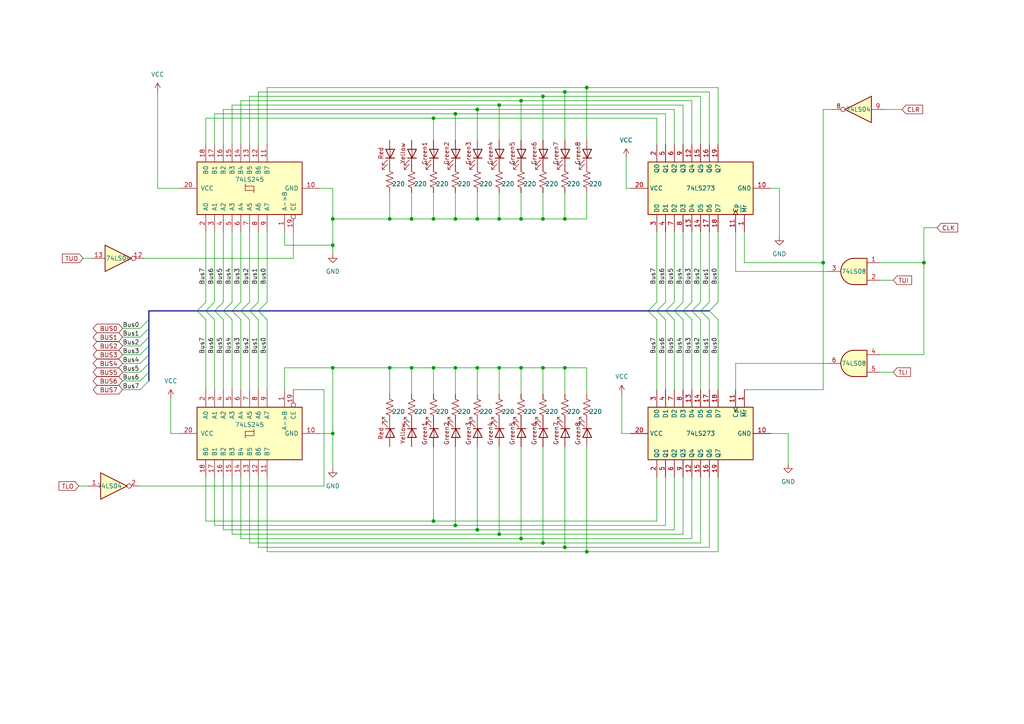
<source format=kicad_sch>
(kicad_sch (version 20211123) (generator eeschema)
  (paper "A4")
  (lib_symbols
    (symbol "74xx:74LS04"
      (property "Reference" "U" (at 0 1.27 0))
      (property "Value" "74LS04" (at 0 -1.27 0))
      (symbol "74LS04_1_0"
        (polyline (pts (xy -3.81 3.81) (xy -3.81 -3.81) (xy 3.81 0) (xy -3.81 3.81)) (stroke (width 0.254)) (fill (type background)))
        (pin input line (at -7.62 0 0) (length 3.81) (name "~") (number "1"))
        (pin output inverted (at 7.62 0 180) (length 3.81) (name "~") (number "2"))
      )
      (symbol "74LS04_2_0"
        (polyline (pts (xy -3.81 3.81) (xy -3.81 -3.81) (xy 3.81 0) (xy -3.81 3.81)) (stroke (width 0.254)) (fill (type background)))
        (pin input line (at -7.62 0 0) (length 3.81) (name "~") (number "3"))
        (pin output inverted (at 7.62 0 180) (length 3.81) (name "~") (number "4"))
      )
      (symbol "74LS04_3_0"
        (polyline (pts (xy -3.81 3.81) (xy -3.81 -3.81) (xy 3.81 0) (xy -3.81 3.81)) (stroke (width 0.254)) (fill (type background)))
        (pin input line (at -7.62 0 0) (length 3.81) (name "~") (number "5"))
        (pin output inverted (at 7.62 0 180) (length 3.81) (name "~") (number "6"))
      )
      (symbol "74LS04_4_0"
        (polyline (pts (xy -3.81 3.81) (xy -3.81 -3.81) (xy 3.81 0) (xy -3.81 3.81)) (stroke (width 0.254)) (fill (type background)))
        (pin output inverted (at 7.62 0 180) (length 3.81) (name "~") (number "8"))
        (pin input line (at -7.62 0 0) (length 3.81) (name "~") (number "9"))
      )
      (symbol "74LS04_5_0"
        (polyline (pts (xy -3.81 3.81) (xy -3.81 -3.81) (xy 3.81 0) (xy -3.81 3.81)) (stroke (width 0.254)) (fill (type background)))
        (pin output inverted (at 7.62 0 180) (length 3.81) (name "~") (number "10"))
        (pin input line (at -7.62 0 0) (length 3.81) (name "~") (number "11"))
      )
      (symbol "74LS04_6_0"
        (polyline (pts (xy -3.81 3.81) (xy -3.81 -3.81) (xy 3.81 0) (xy -3.81 3.81)) (stroke (width 0.254)) (fill (type background)))
        (pin output inverted (at 7.62 0 180) (length 3.81) (name "~") (number "12"))
        (pin input line (at -7.62 0 0) (length 3.81) (name "~") (number "13"))
      )
      (symbol "74LS04_7_0"
        (pin power_in line (at 0 12.7 270) (length 5.08) (name "VCC") (number "14"))
        (pin power_in line (at 0 -12.7 90) (length 5.08) (name "GND") (number "7"))
      )
      (symbol "74LS04_7_1"
        (rectangle (start -5.08 7.62) (end 5.08 -7.62) (stroke (width 0.254)) (fill (type background)))
      )
    )
    (symbol "74xx:74LS08" (pin_names (offset 1.016))
      (property "Reference" "U" (at 0 1.27 0))
      (property "Value" "74LS08" (at 0 -1.27 0))
      (symbol "74LS08_1_1"
        (arc (start 0 -3.81) (mid 3.81 0) (end 0 3.81) (stroke (width 0.254)) (fill (type background)))
        (polyline (pts (xy 0 3.81) (xy -3.81 3.81) (xy -3.81 -3.81) (xy 0 -3.81)) (stroke (width 0.254)) (fill (type background)))
        (pin input line (at -7.62 2.54 0) (length 3.81) (name "~") (number "1"))
        (pin input line (at -7.62 -2.54 0) (length 3.81) (name "~") (number "2"))
        (pin output line (at 7.62 0 180) (length 3.81) (name "~") (number "3"))
      )
      (symbol "74LS08_1_2"
        (arc (start -3.81 -3.81) (mid -2.589 0) (end -3.81 3.81) (stroke (width 0.254)))
        (arc (start -0.6096 -3.81) (mid 2.1855 -2.584) (end 3.81 0) (stroke (width 0.254)) (fill (type background)))
        (polyline (pts (xy -3.81 -3.81) (xy -0.635 -3.81)) (stroke (width 0.254)) (fill (type background)))
        (polyline (pts (xy -3.81 3.81) (xy -0.635 3.81)) (stroke (width 0.254)) (fill (type background)))
        (polyline (pts (xy -0.635 3.81) (xy -3.81 3.81) (xy -3.81 3.81) (xy -3.556 3.4036) (xy -3.0226 2.2606) (xy -2.6924 1.0414) (xy -2.6162 -0.254) (xy -2.7686 -1.4986) (xy -3.175 -2.7178) (xy -3.81 -3.81) (xy -3.81 -3.81) (xy -0.635 -3.81)) (stroke (width -25.4)) (fill (type background)))
        (arc (start 3.81 0) (mid 2.1928 2.5925) (end -0.6096 3.81) (stroke (width 0.254)) (fill (type background)))
        (pin input inverted (at -7.62 2.54 0) (length 4.318) (name "~") (number "1"))
        (pin input inverted (at -7.62 -2.54 0) (length 4.318) (name "~") (number "2"))
        (pin output inverted (at 7.62 0 180) (length 3.81) (name "~") (number "3"))
      )
      (symbol "74LS08_2_1"
        (arc (start 0 -3.81) (mid 3.81 0) (end 0 3.81) (stroke (width 0.254)) (fill (type background)))
        (polyline (pts (xy 0 3.81) (xy -3.81 3.81) (xy -3.81 -3.81) (xy 0 -3.81)) (stroke (width 0.254)) (fill (type background)))
        (pin input line (at -7.62 2.54 0) (length 3.81) (name "~") (number "4"))
        (pin input line (at -7.62 -2.54 0) (length 3.81) (name "~") (number "5"))
        (pin output line (at 7.62 0 180) (length 3.81) (name "~") (number "6"))
      )
      (symbol "74LS08_2_2"
        (arc (start -3.81 -3.81) (mid -2.589 0) (end -3.81 3.81) (stroke (width 0.254)))
        (arc (start -0.6096 -3.81) (mid 2.1855 -2.584) (end 3.81 0) (stroke (width 0.254)) (fill (type background)))
        (polyline (pts (xy -3.81 -3.81) (xy -0.635 -3.81)) (stroke (width 0.254)) (fill (type background)))
        (polyline (pts (xy -3.81 3.81) (xy -0.635 3.81)) (stroke (width 0.254)) (fill (type background)))
        (polyline (pts (xy -0.635 3.81) (xy -3.81 3.81) (xy -3.81 3.81) (xy -3.556 3.4036) (xy -3.0226 2.2606) (xy -2.6924 1.0414) (xy -2.6162 -0.254) (xy -2.7686 -1.4986) (xy -3.175 -2.7178) (xy -3.81 -3.81) (xy -3.81 -3.81) (xy -0.635 -3.81)) (stroke (width -25.4)) (fill (type background)))
        (arc (start 3.81 0) (mid 2.1928 2.5925) (end -0.6096 3.81) (stroke (width 0.254)) (fill (type background)))
        (pin input inverted (at -7.62 2.54 0) (length 4.318) (name "~") (number "4"))
        (pin input inverted (at -7.62 -2.54 0) (length 4.318) (name "~") (number "5"))
        (pin output inverted (at 7.62 0 180) (length 3.81) (name "~") (number "6"))
      )
      (symbol "74LS08_3_1"
        (arc (start 0 -3.81) (mid 3.81 0) (end 0 3.81) (stroke (width 0.254)) (fill (type background)))
        (polyline (pts (xy 0 3.81) (xy -3.81 3.81) (xy -3.81 -3.81) (xy 0 -3.81)) (stroke (width 0.254)) (fill (type background)))
        (pin input line (at -7.62 -2.54 0) (length 3.81) (name "~") (number "10"))
        (pin output line (at 7.62 0 180) (length 3.81) (name "~") (number "8"))
        (pin input line (at -7.62 2.54 0) (length 3.81) (name "~") (number "9"))
      )
      (symbol "74LS08_3_2"
        (arc (start -3.81 -3.81) (mid -2.589 0) (end -3.81 3.81) (stroke (width 0.254)))
        (arc (start -0.6096 -3.81) (mid 2.1855 -2.584) (end 3.81 0) (stroke (width 0.254)) (fill (type background)))
        (polyline (pts (xy -3.81 -3.81) (xy -0.635 -3.81)) (stroke (width 0.254)) (fill (type background)))
        (polyline (pts (xy -3.81 3.81) (xy -0.635 3.81)) (stroke (width 0.254)) (fill (type background)))
        (polyline (pts (xy -0.635 3.81) (xy -3.81 3.81) (xy -3.81 3.81) (xy -3.556 3.4036) (xy -3.0226 2.2606) (xy -2.6924 1.0414) (xy -2.6162 -0.254) (xy -2.7686 -1.4986) (xy -3.175 -2.7178) (xy -3.81 -3.81) (xy -3.81 -3.81) (xy -0.635 -3.81)) (stroke (width -25.4)) (fill (type background)))
        (arc (start 3.81 0) (mid 2.1928 2.5925) (end -0.6096 3.81) (stroke (width 0.254)) (fill (type background)))
        (pin input inverted (at -7.62 -2.54 0) (length 4.318) (name "~") (number "10"))
        (pin output inverted (at 7.62 0 180) (length 3.81) (name "~") (number "8"))
        (pin input inverted (at -7.62 2.54 0) (length 4.318) (name "~") (number "9"))
      )
      (symbol "74LS08_4_1"
        (arc (start 0 -3.81) (mid 3.81 0) (end 0 3.81) (stroke (width 0.254)) (fill (type background)))
        (polyline (pts (xy 0 3.81) (xy -3.81 3.81) (xy -3.81 -3.81) (xy 0 -3.81)) (stroke (width 0.254)) (fill (type background)))
        (pin output line (at 7.62 0 180) (length 3.81) (name "~") (number "11"))
        (pin input line (at -7.62 2.54 0) (length 3.81) (name "~") (number "12"))
        (pin input line (at -7.62 -2.54 0) (length 3.81) (name "~") (number "13"))
      )
      (symbol "74LS08_4_2"
        (arc (start -3.81 -3.81) (mid -2.589 0) (end -3.81 3.81) (stroke (width 0.254)))
        (arc (start -0.6096 -3.81) (mid 2.1855 -2.584) (end 3.81 0) (stroke (width 0.254)) (fill (type background)))
        (polyline (pts (xy -3.81 -3.81) (xy -0.635 -3.81)) (stroke (width 0.254)) (fill (type background)))
        (polyline (pts (xy -3.81 3.81) (xy -0.635 3.81)) (stroke (width 0.254)) (fill (type background)))
        (polyline (pts (xy -0.635 3.81) (xy -3.81 3.81) (xy -3.81 3.81) (xy -3.556 3.4036) (xy -3.0226 2.2606) (xy -2.6924 1.0414) (xy -2.6162 -0.254) (xy -2.7686 -1.4986) (xy -3.175 -2.7178) (xy -3.81 -3.81) (xy -3.81 -3.81) (xy -0.635 -3.81)) (stroke (width -25.4)) (fill (type background)))
        (arc (start 3.81 0) (mid 2.1928 2.5925) (end -0.6096 3.81) (stroke (width 0.254)) (fill (type background)))
        (pin output inverted (at 7.62 0 180) (length 3.81) (name "~") (number "11"))
        (pin input inverted (at -7.62 2.54 0) (length 4.318) (name "~") (number "12"))
        (pin input inverted (at -7.62 -2.54 0) (length 4.318) (name "~") (number "13"))
      )
      (symbol "74LS08_5_0"
        (pin power_in line (at 0 12.7 270) (length 5.08) (name "VCC") (number "14"))
        (pin power_in line (at 0 -12.7 90) (length 5.08) (name "GND") (number "7"))
      )
      (symbol "74LS08_5_1"
        (rectangle (start -5.08 7.62) (end 5.08 -7.62) (stroke (width 0.254)) (fill (type background)))
      )
    )
    (symbol "74xx:74LS245" (pin_names (offset 1.016))
      (property "Reference" "U" (at -7.62 16.51 0))
      (property "Value" "74LS245" (at -7.62 -16.51 0))
      (symbol "74LS245_1_0"
        (polyline (pts (xy -0.635 -1.27) (xy -0.635 1.27) (xy 0.635 1.27)))
        (polyline (pts (xy -1.27 -1.27) (xy 0.635 -1.27) (xy 0.635 1.27) (xy 1.27 1.27)))
        (pin input line (at -12.7 -10.16 0) (length 5.08) (name "A->B") (number "1"))
        (pin power_in line (at 0 -20.32 90) (length 5.08) (name "GND") (number "10"))
        (pin tri_state line (at 12.7 -5.08 180) (length 5.08) (name "B7") (number "11"))
        (pin tri_state line (at 12.7 -2.54 180) (length 5.08) (name "B6") (number "12"))
        (pin tri_state line (at 12.7 0 180) (length 5.08) (name "B5") (number "13"))
        (pin tri_state line (at 12.7 2.54 180) (length 5.08) (name "B4") (number "14"))
        (pin tri_state line (at 12.7 5.08 180) (length 5.08) (name "B3") (number "15"))
        (pin tri_state line (at 12.7 7.62 180) (length 5.08) (name "B2") (number "16"))
        (pin tri_state line (at 12.7 10.16 180) (length 5.08) (name "B1") (number "17"))
        (pin tri_state line (at 12.7 12.7 180) (length 5.08) (name "B0") (number "18"))
        (pin input inverted (at -12.7 -12.7 0) (length 5.08) (name "CE") (number "19"))
        (pin tri_state line (at -12.7 12.7 0) (length 5.08) (name "A0") (number "2"))
        (pin power_in line (at 0 20.32 270) (length 5.08) (name "VCC") (number "20"))
        (pin tri_state line (at -12.7 10.16 0) (length 5.08) (name "A1") (number "3"))
        (pin tri_state line (at -12.7 7.62 0) (length 5.08) (name "A2") (number "4"))
        (pin tri_state line (at -12.7 5.08 0) (length 5.08) (name "A3") (number "5"))
        (pin tri_state line (at -12.7 2.54 0) (length 5.08) (name "A4") (number "6"))
        (pin tri_state line (at -12.7 0 0) (length 5.08) (name "A5") (number "7"))
        (pin tri_state line (at -12.7 -2.54 0) (length 5.08) (name "A6") (number "8"))
        (pin tri_state line (at -12.7 -5.08 0) (length 5.08) (name "A7") (number "9"))
      )
      (symbol "74LS245_1_1"
        (rectangle (start -7.62 15.24) (end 7.62 -15.24) (stroke (width 0.254)) (fill (type background)))
      )
    )
    (symbol "74xx:74LS273"
      (property "Reference" "U" (at -7.62 16.51 0))
      (property "Value" "74LS273" (at -7.62 -16.51 0))
      (symbol "74LS273_1_0"
        (pin input line (at -12.7 -12.7 0) (length 5.08) (name "~{Mr}") (number "1"))
        (pin power_in line (at 0 -20.32 90) (length 5.08) (name "GND") (number "10"))
        (pin input clock (at -12.7 -10.16 0) (length 5.08) (name "Cp") (number "11"))
        (pin output line (at 12.7 2.54 180) (length 5.08) (name "Q4") (number "12"))
        (pin input line (at -12.7 2.54 0) (length 5.08) (name "D4") (number "13"))
        (pin input line (at -12.7 0 0) (length 5.08) (name "D5") (number "14"))
        (pin output line (at 12.7 0 180) (length 5.08) (name "Q5") (number "15"))
        (pin output line (at 12.7 -2.54 180) (length 5.08) (name "Q6") (number "16"))
        (pin input line (at -12.7 -2.54 0) (length 5.08) (name "D6") (number "17"))
        (pin input line (at -12.7 -5.08 0) (length 5.08) (name "D7") (number "18"))
        (pin output line (at 12.7 -5.08 180) (length 5.08) (name "Q7") (number "19"))
        (pin output line (at 12.7 12.7 180) (length 5.08) (name "Q0") (number "2"))
        (pin power_in line (at 0 20.32 270) (length 5.08) (name "VCC") (number "20"))
        (pin input line (at -12.7 12.7 0) (length 5.08) (name "D0") (number "3"))
        (pin input line (at -12.7 10.16 0) (length 5.08) (name "D1") (number "4"))
        (pin output line (at 12.7 10.16 180) (length 5.08) (name "Q1") (number "5"))
        (pin output line (at 12.7 7.62 180) (length 5.08) (name "Q2") (number "6"))
        (pin input line (at -12.7 7.62 0) (length 5.08) (name "D2") (number "7"))
        (pin input line (at -12.7 5.08 0) (length 5.08) (name "D3") (number "8"))
        (pin output line (at 12.7 5.08 180) (length 5.08) (name "Q3") (number "9"))
      )
      (symbol "74LS273_1_1"
        (rectangle (start -7.62 15.24) (end 7.62 -15.24) (stroke (width 0.254)) (fill (type background)))
      )
    )
    (symbol "Device:R_US" (pin_numbers hide) (pin_names (offset 0))
      (property "Reference" "R" (at 2.54 0 90))
      (property "Value" "R_US" (at -2.54 0 90))
      (symbol "R_US_0_1"
        (polyline (pts (xy 0 -2.286) (xy 0 -2.54)))
        (polyline (pts (xy 0 2.286) (xy 0 2.54)))
        (polyline (pts (xy 0 -0.762) (xy 1.016 -1.143) (xy 0 -1.524) (xy -1.016 -1.905) (xy 0 -2.286)))
        (polyline (pts (xy 0 0.762) (xy 1.016 0.381) (xy 0 0) (xy -1.016 -0.381) (xy 0 -0.762)))
        (polyline (pts (xy 0 2.286) (xy 1.016 1.905) (xy 0 1.524) (xy -1.016 1.143) (xy 0 0.762)))
      )
      (symbol "R_US_1_1"
        (pin passive line (at 0 3.81 270) (length 1.27) (name "~") (number "1"))
        (pin passive line (at 0 -3.81 90) (length 1.27) (name "~") (number "2"))
      )
    )
    (symbol "SB1R1Y8G:SB1R1Y8G_LED"
      (symbol "SB1R1Y8G_LED_0_0"
        (text "" (at 0.635 0 900) (effects (font (size 1.27 1.27))))
        (text "" (at 1.27 -15.24 0) (effects (font (size 1.27 1.27))))
      )
      (symbol "SB1R1Y8G_LED_0_1"
        (polyline (pts (xy -1.397 -0.127) (xy 1.143 -0.127)))
        (polyline (pts (xy -1.397 1.143) (xy -1.397 -1.397)) (stroke (width 0.254)))
        (polyline (pts (xy 1.143 1.143) (xy 1.143 -1.397) (xy -1.397 -0.127) (xy 1.143 1.143)) (stroke (width 0.254)))
        (polyline (pts (xy -3.175 0.635) (xy -4.699 2.159) (xy -3.937 2.159) (xy -4.699 2.159) (xy -4.699 1.397)))
        (polyline (pts (xy -1.905 0.635) (xy -3.429 2.159) (xy -2.667 2.159) (xy -3.429 2.159) (xy -3.429 1.397)))
      )
      (symbol "SB1R1Y8G_LED_1_0"
        (text "Red" (at 0 2.54 0) (effects (font (size 1.27 1.27))))
      )
      (symbol "SB1R1Y8G_LED_1_1"
        (pin passive line (at -3.81 0 0) (length 2.54) (name "") (number "1"))
        (pin passive line (at 3.81 0 180) (length 2.54) (name "") (number "11"))
      )
      (symbol "SB1R1Y8G_LED_2_0"
        (text "Yellow" (at 0 2.54 0) (effects (font (size 1.27 1.27))))
      )
      (symbol "SB1R1Y8G_LED_2_1"
        (pin passive line (at 3.81 0 180) (length 2.54) (name "") (number "12"))
        (pin passive line (at -3.81 0 0) (length 2.54) (name "") (number "2"))
      )
      (symbol "SB1R1Y8G_LED_3_0"
        (text "Green1" (at 0 2.54 0) (effects (font (size 1.27 1.27))))
      )
      (symbol "SB1R1Y8G_LED_3_1"
        (pin passive line (at 3.81 0 180) (length 2.54) (name "") (number "13"))
        (pin passive line (at -3.81 0 0) (length 2.54) (name "") (number "3"))
      )
      (symbol "SB1R1Y8G_LED_4_0"
        (text "Green2" (at 0 2.54 0) (effects (font (size 1.27 1.27))))
      )
      (symbol "SB1R1Y8G_LED_4_1"
        (pin passive line (at 3.81 0 180) (length 2.54) (name "") (number "14"))
        (pin passive line (at -3.81 0 0) (length 2.54) (name "") (number "4"))
      )
      (symbol "SB1R1Y8G_LED_5_0"
        (text "Green3" (at 0 2.54 0) (effects (font (size 1.27 1.27))))
      )
      (symbol "SB1R1Y8G_LED_5_1"
        (pin passive line (at 3.81 0 180) (length 2.54) (name "") (number "15"))
        (pin passive line (at -3.81 0 0) (length 2.54) (name "") (number "5"))
      )
      (symbol "SB1R1Y8G_LED_6_0"
        (text "Green4" (at 0 2.54 0) (effects (font (size 1.27 1.27))))
      )
      (symbol "SB1R1Y8G_LED_6_1"
        (pin passive line (at 3.81 0 180) (length 2.54) (name "") (number "16"))
        (pin passive line (at -3.81 0 0) (length 2.54) (name "") (number "6"))
      )
      (symbol "SB1R1Y8G_LED_7_0"
        (text "Green5" (at 0 2.54 0) (effects (font (size 1.27 1.27))))
      )
      (symbol "SB1R1Y8G_LED_7_1"
        (pin passive line (at 3.81 0 180) (length 2.54) (name "") (number "17"))
        (pin passive line (at -3.81 0 0) (length 2.54) (name "") (number "7"))
      )
      (symbol "SB1R1Y8G_LED_8_0"
        (text "Green6" (at 0 2.54 0) (effects (font (size 1.27 1.27))))
      )
      (symbol "SB1R1Y8G_LED_8_1"
        (pin passive line (at 3.81 0 180) (length 2.54) (name "") (number "18"))
        (pin passive line (at -3.81 0 0) (length 2.54) (name "") (number "8"))
      )
      (symbol "SB1R1Y8G_LED_9_0"
        (text "Green7" (at 0 2.54 0) (effects (font (size 1.27 1.27))))
      )
      (symbol "SB1R1Y8G_LED_9_1"
        (pin passive line (at 3.81 0 180) (length 2.54) (name "") (number "19"))
        (pin passive line (at -3.81 0 0) (length 2.54) (name "") (number "9"))
      )
      (symbol "SB1R1Y8G_LED_10_0"
        (text "Green8" (at 0 2.54 0) (effects (font (size 1.27 1.27))))
      )
      (symbol "SB1R1Y8G_LED_10_1"
        (pin passive line (at 3.81 0 180) (length 2.54) (name "") (number "10"))
        (pin passive line (at -3.81 0 0) (length 2.54) (name "") (number "20"))
      )
    )
    (symbol "power:GND" (power) (pin_names (offset 0))
      (property "Value" "GND" (at 0 -3.81 0))
      (symbol "GND_0_1"
        (polyline (pts (xy 0 0) (xy 0 -1.27) (xy 1.27 -1.27) (xy 0 -2.54) (xy -1.27 -1.27) (xy 0 -1.27)))
      )
      (symbol "GND_1_1"
        (pin power_in line (at 0 0 270) (length 0) hide (name "GND") (number "1"))
      )
    )
    (symbol "power:VCC" (power) (pin_names (offset 0))
      (property "Value" "VCC" (at 0 3.81 0))
      (symbol "VCC_0_1"
        (polyline (pts (xy -0.762 1.27) (xy 0 2.54)))
        (polyline (pts (xy 0 0) (xy 0 2.54)))
        (polyline (pts (xy 0 2.54) (xy 0.762 1.27)))
      )
      (symbol "VCC_1_1"
        (pin power_in line (at 0 0 90) (length 0) hide (name "VCC") (number "1"))
      )
    )
  )
  (junction (at 138.43 31.75))
  (junction (at 157.48 63.5))
  (junction (at 157.48 27.94))
  (junction (at 125.73 151.13))
  (junction (at 151.13 106.68))
  (junction (at 163.83 26.67))
  (junction (at 96.52 106.68))
  (junction (at 132.08 106.68))
  (junction (at 151.13 156.21))
  (junction (at 132.08 63.5))
  (junction (at 132.08 33.02))
  (junction (at 170.18 25.4))
  (junction (at 157.48 157.48))
  (junction (at 113.03 63.5))
  (junction (at 144.78 63.5))
  (junction (at 157.48 106.68))
  (junction (at 138.43 63.5))
  (junction (at 113.03 106.68))
  (junction (at 125.73 63.5))
  (junction (at 138.43 153.67))
  (junction (at 96.52 63.5))
  (junction (at 138.43 106.68))
  (junction (at 144.78 30.48))
  (junction (at 119.38 63.5))
  (junction (at 151.13 63.5))
  (junction (at 163.83 158.75))
  (junction (at 125.73 34.29))
  (junction (at 267.97 76.2))
  (junction (at 125.73 106.68))
  (junction (at 238.76 76.2))
  (junction (at 119.38 106.68))
  (junction (at 96.52 71.12))
  (junction (at 144.78 106.68))
  (junction (at 163.83 63.5))
  (junction (at 96.52 125.73))
  (junction (at 151.13 29.21))
  (junction (at 170.18 160.02))
  (junction (at 144.78 154.94))
  (junction (at 132.08 152.4))
  (junction (at 163.83 106.68))
  (bus_entry (at 195.58 92.71) (size -2.54 -2.54))
  (bus_entry (at 59.69 92.71) (size -2.54 -2.54))
  (bus_entry (at 69.85 92.71) (size -2.54 -2.54))
  (bus_entry (at 64.77 87.63) (size -2.54 2.54))
  (bus_entry (at 74.93 87.63) (size -2.54 2.54))
  (bus_entry (at 69.85 87.63) (size -2.54 2.54))
  (bus_entry (at 72.39 87.63) (size -2.54 2.54))
  (bus_entry (at 67.31 87.63) (size -2.54 2.54))
  (bus_entry (at 62.23 87.63) (size -2.54 2.54))
  (bus_entry (at 59.69 87.63) (size -2.54 2.54))
  (bus_entry (at 77.47 87.63) (size -2.54 2.54))
  (bus_entry (at 40.64 110.49) (size 2.54 -2.54))
  (bus_entry (at 205.74 92.71) (size -2.54 -2.54))
  (bus_entry (at 200.66 92.71) (size -2.54 -2.54))
  (bus_entry (at 40.64 107.95) (size 2.54 -2.54))
  (bus_entry (at 74.93 92.71) (size -2.54 -2.54))
  (bus_entry (at 40.64 100.33) (size 2.54 -2.54))
  (bus_entry (at 64.77 92.71) (size -2.54 -2.54))
  (bus_entry (at 77.47 92.71) (size -2.54 -2.54))
  (bus_entry (at 190.5 87.63) (size -2.54 2.54))
  (bus_entry (at 200.66 87.63) (size -2.54 2.54))
  (bus_entry (at 40.64 113.03) (size 2.54 -2.54))
  (bus_entry (at 190.5 92.71) (size -2.54 -2.54))
  (bus_entry (at 195.58 87.63) (size -2.54 2.54))
  (bus_entry (at 40.64 95.25) (size 2.54 -2.54))
  (bus_entry (at 40.64 105.41) (size 2.54 -2.54))
  (bus_entry (at 67.31 92.71) (size -2.54 -2.54))
  (bus_entry (at 203.2 87.63) (size -2.54 2.54))
  (bus_entry (at 208.28 92.71) (size -2.54 -2.54))
  (bus_entry (at 40.64 97.79) (size 2.54 -2.54))
  (bus_entry (at 208.28 87.63) (size -2.54 2.54))
  (bus_entry (at 203.2 92.71) (size -2.54 -2.54))
  (bus_entry (at 40.64 102.87) (size 2.54 -2.54))
  (bus_entry (at 193.04 87.63) (size -2.54 2.54))
  (bus_entry (at 72.39 92.71) (size -2.54 -2.54))
  (bus_entry (at 193.04 92.71) (size -2.54 -2.54))
  (bus_entry (at 205.74 87.63) (size -2.54 2.54))
  (bus_entry (at 198.12 87.63) (size -2.54 2.54))
  (bus_entry (at 62.23 92.71) (size -2.54 -2.54))
  (bus_entry (at 198.12 92.71) (size -2.54 -2.54))
  (wire (pts (xy 157.48 157.48) (xy 203.2 157.48)))
  (wire (pts (xy 132.08 63.5) (xy 125.73 63.5)))
  (bus (pts (xy 187.96 90.17) (xy 190.5 90.17)))
  (wire (pts (xy 35.56 107.95) (xy 40.64 107.95)))
  (wire (pts (xy 200.66 67.31) (xy 200.66 87.63)))
  (bus (pts (xy 43.18 90.17) (xy 43.18 92.71)))
  (wire (pts (xy 67.31 30.48) (xy 67.31 41.91)))
  (wire (pts (xy 62.23 33.02) (xy 62.23 41.91)))
  (wire (pts (xy 138.43 31.75) (xy 64.77 31.75)))
  (wire (pts (xy 67.31 67.31) (xy 67.31 87.63)))
  (bus (pts (xy 195.58 90.17) (xy 198.12 90.17)))
  (wire (pts (xy 208.28 25.4) (xy 170.18 25.4)))
  (wire (pts (xy 67.31 138.43) (xy 67.31 154.94)))
  (wire (pts (xy 96.52 71.12) (xy 96.52 73.66)))
  (wire (pts (xy 85.09 67.31) (xy 85.09 74.93)))
  (wire (pts (xy 125.73 106.68) (xy 125.73 114.3)))
  (wire (pts (xy 170.18 63.5) (xy 163.83 63.5)))
  (wire (pts (xy 203.2 41.91) (xy 203.2 27.94)))
  (bus (pts (xy 43.18 90.17) (xy 57.15 90.17)))
  (wire (pts (xy 69.85 113.03) (xy 69.85 92.71)))
  (wire (pts (xy 59.69 151.13) (xy 125.73 151.13)))
  (wire (pts (xy 170.18 25.4) (xy 77.47 25.4)))
  (wire (pts (xy 238.76 113.03) (xy 238.76 76.2)))
  (bus (pts (xy 64.77 90.17) (xy 67.31 90.17)))
  (wire (pts (xy 64.77 67.31) (xy 64.77 87.63)))
  (wire (pts (xy 205.74 158.75) (xy 205.74 138.43)))
  (wire (pts (xy 144.78 30.48) (xy 67.31 30.48)))
  (wire (pts (xy 151.13 55.88) (xy 151.13 63.5)))
  (wire (pts (xy 35.56 97.79) (xy 40.64 97.79)))
  (wire (pts (xy 170.18 160.02) (xy 208.28 160.02)))
  (wire (pts (xy 193.04 152.4) (xy 193.04 138.43)))
  (wire (pts (xy 215.9 76.2) (xy 215.9 67.31)))
  (wire (pts (xy 181.61 45.72) (xy 181.61 54.61)))
  (wire (pts (xy 74.93 67.31) (xy 74.93 87.63)))
  (wire (pts (xy 62.23 152.4) (xy 132.08 152.4)))
  (wire (pts (xy 208.28 67.31) (xy 208.28 87.63)))
  (wire (pts (xy 157.48 106.68) (xy 157.48 114.3)))
  (wire (pts (xy 163.83 106.68) (xy 157.48 106.68)))
  (wire (pts (xy 198.12 41.91) (xy 198.12 30.48)))
  (wire (pts (xy 200.66 29.21) (xy 151.13 29.21)))
  (wire (pts (xy 151.13 106.68) (xy 144.78 106.68)))
  (wire (pts (xy 170.18 55.88) (xy 170.18 63.5)))
  (wire (pts (xy 49.53 115.57) (xy 49.53 125.73)))
  (wire (pts (xy 226.06 54.61) (xy 226.06 68.58)))
  (wire (pts (xy 223.52 54.61) (xy 226.06 54.61)))
  (bus (pts (xy 74.93 90.17) (xy 187.96 90.17)))
  (wire (pts (xy 119.38 106.68) (xy 113.03 106.68)))
  (bus (pts (xy 59.69 90.17) (xy 62.23 90.17)))
  (wire (pts (xy 77.47 113.03) (xy 77.47 92.71)))
  (wire (pts (xy 132.08 55.88) (xy 132.08 63.5)))
  (wire (pts (xy 193.04 33.02) (xy 132.08 33.02)))
  (wire (pts (xy 195.58 41.91) (xy 195.58 31.75)))
  (wire (pts (xy 45.72 26.67) (xy 45.72 54.61)))
  (wire (pts (xy 157.48 27.94) (xy 72.39 27.94)))
  (wire (pts (xy 157.48 27.94) (xy 157.48 40.64)))
  (wire (pts (xy 180.34 125.73) (xy 182.88 125.73)))
  (wire (pts (xy 64.77 153.67) (xy 138.43 153.67)))
  (wire (pts (xy 195.58 67.31) (xy 195.58 87.63)))
  (wire (pts (xy 163.83 106.68) (xy 163.83 114.3)))
  (wire (pts (xy 82.55 71.12) (xy 96.52 71.12)))
  (wire (pts (xy 35.56 105.41) (xy 40.64 105.41)))
  (wire (pts (xy 198.12 92.71) (xy 198.12 113.03)))
  (wire (pts (xy 190.5 34.29) (xy 125.73 34.29)))
  (bus (pts (xy 62.23 90.17) (xy 64.77 90.17)))
  (wire (pts (xy 92.71 54.61) (xy 96.52 54.61)))
  (wire (pts (xy 157.48 63.5) (xy 151.13 63.5)))
  (wire (pts (xy 113.03 55.88) (xy 113.03 63.5)))
  (wire (pts (xy 69.85 29.21) (xy 69.85 41.91)))
  (bus (pts (xy 57.15 90.17) (xy 59.69 90.17)))
  (wire (pts (xy 59.69 34.29) (xy 59.69 41.91)))
  (wire (pts (xy 205.74 92.71) (xy 205.74 113.03)))
  (wire (pts (xy 267.97 76.2) (xy 267.97 102.87)))
  (wire (pts (xy 144.78 55.88) (xy 144.78 63.5)))
  (bus (pts (xy 72.39 90.17) (xy 74.93 90.17)))
  (wire (pts (xy 35.56 102.87) (xy 40.64 102.87)))
  (wire (pts (xy 125.73 55.88) (xy 125.73 63.5)))
  (wire (pts (xy 138.43 129.54) (xy 138.43 153.67)))
  (wire (pts (xy 203.2 67.31) (xy 203.2 87.63)))
  (wire (pts (xy 59.69 138.43) (xy 59.69 151.13)))
  (wire (pts (xy 138.43 106.68) (xy 138.43 114.3)))
  (wire (pts (xy 40.64 140.97) (xy 93.98 140.97)))
  (bus (pts (xy 43.18 97.79) (xy 43.18 100.33)))
  (wire (pts (xy 157.48 55.88) (xy 157.48 63.5)))
  (wire (pts (xy 72.39 138.43) (xy 72.39 157.48)))
  (wire (pts (xy 208.28 92.71) (xy 208.28 113.03)))
  (wire (pts (xy 132.08 106.68) (xy 125.73 106.68)))
  (wire (pts (xy 125.73 34.29) (xy 125.73 40.64)))
  (wire (pts (xy 151.13 129.54) (xy 151.13 156.21)))
  (wire (pts (xy 163.83 129.54) (xy 163.83 158.75)))
  (wire (pts (xy 138.43 63.5) (xy 132.08 63.5)))
  (wire (pts (xy 198.12 154.94) (xy 198.12 138.43)))
  (wire (pts (xy 119.38 63.5) (xy 113.03 63.5)))
  (wire (pts (xy 208.28 160.02) (xy 208.28 138.43)))
  (wire (pts (xy 82.55 106.68) (xy 96.52 106.68)))
  (wire (pts (xy 138.43 31.75) (xy 138.43 40.64)))
  (wire (pts (xy 163.83 55.88) (xy 163.83 63.5)))
  (wire (pts (xy 144.78 106.68) (xy 144.78 114.3)))
  (wire (pts (xy 77.47 160.02) (xy 170.18 160.02)))
  (wire (pts (xy 203.2 27.94) (xy 157.48 27.94)))
  (wire (pts (xy 151.13 106.68) (xy 151.13 114.3)))
  (wire (pts (xy 82.55 113.03) (xy 82.55 106.68)))
  (wire (pts (xy 72.39 67.31) (xy 72.39 87.63)))
  (wire (pts (xy 132.08 33.02) (xy 132.08 40.64)))
  (wire (pts (xy 238.76 31.75) (xy 238.76 76.2)))
  (wire (pts (xy 144.78 106.68) (xy 138.43 106.68)))
  (wire (pts (xy 144.78 63.5) (xy 138.43 63.5)))
  (wire (pts (xy 62.23 67.31) (xy 62.23 87.63)))
  (bus (pts (xy 69.85 90.17) (xy 72.39 90.17)))
  (wire (pts (xy 67.31 113.03) (xy 67.31 92.71)))
  (wire (pts (xy 64.77 113.03) (xy 64.77 92.71)))
  (wire (pts (xy 193.04 92.71) (xy 193.04 113.03)))
  (wire (pts (xy 125.73 151.13) (xy 190.5 151.13)))
  (wire (pts (xy 170.18 129.54) (xy 170.18 160.02)))
  (wire (pts (xy 35.56 95.25) (xy 40.64 95.25)))
  (bus (pts (xy 67.31 90.17) (xy 69.85 90.17)))
  (wire (pts (xy 203.2 92.71) (xy 203.2 113.03)))
  (wire (pts (xy 163.83 63.5) (xy 157.48 63.5)))
  (wire (pts (xy 125.73 129.54) (xy 125.73 151.13)))
  (wire (pts (xy 144.78 129.54) (xy 144.78 154.94)))
  (wire (pts (xy 77.47 67.31) (xy 77.47 87.63)))
  (wire (pts (xy 170.18 106.68) (xy 163.83 106.68)))
  (wire (pts (xy 163.83 26.67) (xy 74.93 26.67)))
  (wire (pts (xy 181.61 54.61) (xy 182.88 54.61)))
  (wire (pts (xy 180.34 114.3) (xy 180.34 125.73)))
  (wire (pts (xy 74.93 158.75) (xy 163.83 158.75)))
  (wire (pts (xy 72.39 27.94) (xy 72.39 41.91)))
  (wire (pts (xy 64.77 138.43) (xy 64.77 153.67)))
  (wire (pts (xy 198.12 30.48) (xy 144.78 30.48)))
  (wire (pts (xy 132.08 33.02) (xy 62.23 33.02)))
  (wire (pts (xy 35.56 110.49) (xy 40.64 110.49)))
  (wire (pts (xy 190.5 151.13) (xy 190.5 138.43)))
  (wire (pts (xy 213.36 78.74) (xy 213.36 67.31)))
  (bus (pts (xy 43.18 100.33) (xy 43.18 102.87)))
  (wire (pts (xy 92.71 125.73) (xy 96.52 125.73)))
  (wire (pts (xy 267.97 102.87) (xy 255.27 102.87)))
  (wire (pts (xy 195.58 153.67) (xy 195.58 138.43)))
  (wire (pts (xy 163.83 26.67) (xy 163.83 40.64)))
  (wire (pts (xy 215.9 113.03) (xy 238.76 113.03)))
  (wire (pts (xy 49.53 125.73) (xy 52.07 125.73)))
  (wire (pts (xy 240.03 78.74) (xy 213.36 78.74)))
  (wire (pts (xy 93.98 140.97) (xy 93.98 113.03)))
  (wire (pts (xy 151.13 29.21) (xy 151.13 40.64)))
  (bus (pts (xy 190.5 90.17) (xy 193.04 90.17)))
  (wire (pts (xy 119.38 106.68) (xy 119.38 114.3)))
  (wire (pts (xy 193.04 67.31) (xy 193.04 87.63)))
  (wire (pts (xy 59.69 113.03) (xy 59.69 92.71)))
  (wire (pts (xy 24.13 74.93) (xy 26.67 74.93)))
  (wire (pts (xy 132.08 106.68) (xy 132.08 114.3)))
  (wire (pts (xy 170.18 25.4) (xy 170.18 40.64)))
  (wire (pts (xy 69.85 138.43) (xy 69.85 156.21)))
  (wire (pts (xy 151.13 29.21) (xy 69.85 29.21)))
  (wire (pts (xy 69.85 67.31) (xy 69.85 87.63)))
  (wire (pts (xy 96.52 125.73) (xy 96.52 135.89)))
  (wire (pts (xy 125.73 106.68) (xy 119.38 106.68)))
  (wire (pts (xy 228.6 125.73) (xy 228.6 134.62)))
  (wire (pts (xy 190.5 67.31) (xy 190.5 87.63)))
  (bus (pts (xy 203.2 90.17) (xy 205.74 90.17)))
  (wire (pts (xy 190.5 41.91) (xy 190.5 34.29)))
  (wire (pts (xy 151.13 156.21) (xy 200.66 156.21)))
  (wire (pts (xy 255.27 76.2) (xy 267.97 76.2)))
  (wire (pts (xy 62.23 138.43) (xy 62.23 152.4)))
  (bus (pts (xy 43.18 95.25) (xy 43.18 97.79)))
  (bus (pts (xy 200.66 90.17) (xy 203.2 90.17)))
  (wire (pts (xy 213.36 105.41) (xy 213.36 113.03)))
  (wire (pts (xy 195.58 92.71) (xy 195.58 113.03)))
  (wire (pts (xy 240.03 105.41) (xy 213.36 105.41)))
  (wire (pts (xy 157.48 106.68) (xy 151.13 106.68)))
  (wire (pts (xy 163.83 158.75) (xy 205.74 158.75)))
  (wire (pts (xy 45.72 54.61) (xy 52.07 54.61)))
  (bus (pts (xy 43.18 107.95) (xy 43.18 110.49)))
  (wire (pts (xy 151.13 63.5) (xy 144.78 63.5)))
  (wire (pts (xy 193.04 41.91) (xy 193.04 33.02)))
  (wire (pts (xy 190.5 92.71) (xy 190.5 113.03)))
  (wire (pts (xy 113.03 106.68) (xy 96.52 106.68)))
  (wire (pts (xy 241.3 31.75) (xy 238.76 31.75)))
  (wire (pts (xy 138.43 55.88) (xy 138.43 63.5)))
  (wire (pts (xy 267.97 66.04) (xy 267.97 76.2)))
  (wire (pts (xy 64.77 31.75) (xy 64.77 41.91)))
  (wire (pts (xy 203.2 157.48) (xy 203.2 138.43)))
  (wire (pts (xy 205.74 67.31) (xy 205.74 87.63)))
  (wire (pts (xy 157.48 129.54) (xy 157.48 157.48)))
  (wire (pts (xy 82.55 67.31) (xy 82.55 71.12)))
  (wire (pts (xy 96.52 106.68) (xy 96.52 125.73)))
  (wire (pts (xy 200.66 41.91) (xy 200.66 29.21)))
  (wire (pts (xy 22.86 140.97) (xy 25.4 140.97)))
  (wire (pts (xy 125.73 63.5) (xy 119.38 63.5)))
  (wire (pts (xy 35.56 100.33) (xy 40.64 100.33)))
  (wire (pts (xy 255.27 81.28) (xy 259.08 81.28)))
  (wire (pts (xy 35.56 113.03) (xy 40.64 113.03)))
  (wire (pts (xy 125.73 34.29) (xy 59.69 34.29)))
  (wire (pts (xy 256.54 31.75) (xy 261.62 31.75)))
  (wire (pts (xy 74.93 26.67) (xy 74.93 41.91)))
  (wire (pts (xy 74.93 113.03) (xy 74.93 92.71)))
  (wire (pts (xy 195.58 31.75) (xy 138.43 31.75)))
  (bus (pts (xy 193.04 90.17) (xy 195.58 90.17)))
  (wire (pts (xy 170.18 114.3) (xy 170.18 106.68)))
  (bus (pts (xy 43.18 102.87) (xy 43.18 105.41)))
  (wire (pts (xy 255.27 107.95) (xy 259.08 107.95)))
  (wire (pts (xy 132.08 152.4) (xy 193.04 152.4)))
  (wire (pts (xy 132.08 129.54) (xy 132.08 152.4)))
  (wire (pts (xy 113.03 63.5) (xy 96.52 63.5)))
  (wire (pts (xy 200.66 156.21) (xy 200.66 138.43)))
  (wire (pts (xy 205.74 41.91) (xy 205.74 26.67)))
  (wire (pts (xy 96.52 63.5) (xy 96.52 71.12)))
  (wire (pts (xy 96.52 54.61) (xy 96.52 63.5)))
  (wire (pts (xy 223.52 125.73) (xy 228.6 125.73)))
  (wire (pts (xy 200.66 92.71) (xy 200.66 113.03)))
  (wire (pts (xy 77.47 25.4) (xy 77.47 41.91)))
  (bus (pts (xy 43.18 105.41) (xy 43.18 107.95)))
  (bus (pts (xy 198.12 90.17) (xy 200.66 90.17)))
  (wire (pts (xy 205.74 26.67) (xy 163.83 26.67)))
  (wire (pts (xy 72.39 157.48) (xy 157.48 157.48)))
  (wire (pts (xy 62.23 113.03) (xy 62.23 92.71)))
  (wire (pts (xy 138.43 106.68) (xy 132.08 106.68)))
  (wire (pts (xy 208.28 41.91) (xy 208.28 25.4)))
  (wire (pts (xy 238.76 76.2) (xy 215.9 76.2)))
  (wire (pts (xy 85.09 113.03) (xy 93.98 113.03)))
  (wire (pts (xy 59.69 67.31) (xy 59.69 87.63)))
  (bus (pts (xy 43.18 92.71) (xy 43.18 95.25)))
  (wire (pts (xy 69.85 156.21) (xy 151.13 156.21)))
  (wire (pts (xy 77.47 138.43) (xy 77.47 160.02)))
  (wire (pts (xy 144.78 30.48) (xy 144.78 40.64)))
  (wire (pts (xy 198.12 67.31) (xy 198.12 87.63)))
  (wire (pts (xy 271.78 66.04) (xy 267.97 66.04)))
  (wire (pts (xy 67.31 154.94) (xy 144.78 154.94)))
  (wire (pts (xy 74.93 138.43) (xy 74.93 158.75)))
  (wire (pts (xy 119.38 55.88) (xy 119.38 63.5)))
  (wire (pts (xy 113.03 106.68) (xy 113.03 114.3)))
  (wire (pts (xy 85.09 74.93) (xy 41.91 74.93)))
  (wire (pts (xy 144.78 154.94) (xy 198.12 154.94)))
  (wire (pts (xy 72.39 113.03) (xy 72.39 92.71)))
  (wire (pts (xy 138.43 153.67) (xy 195.58 153.67)))
  (label "Bus0" (at 35.56 95.25 0))
  (label "Bus5" (at 195.58 82.55 90))
  (label "Bus4" (at 67.31 97.79 270))
  (label "Bus2" (at 72.39 82.55 90))
  (label "Bus4" (at 198.12 97.79 270))
  (label "Bus5" (at 195.58 97.79 270))
  (label "Bus7" (at 59.69 82.55 90))
  (label "Bus2" (at 72.39 97.79 270))
  (label "Bus3" (at 200.66 97.79 270))
  (label "Bus0" (at 208.28 82.55 90))
  (label "Bus6" (at 193.04 82.55 90))
  (label "Bus3" (at 69.85 97.79 270))
  (label "Bus5" (at 64.77 97.79 270))
  (label "Bus6" (at 62.23 82.55 90))
  (label "Bus6" (at 35.56 110.49 0))
  (label "Bus7" (at 59.69 97.79 270))
  (label "Bus0" (at 77.47 97.79 270))
  (label "Bus4" (at 198.12 82.55 90))
  (label "Bus3" (at 200.66 82.55 90))
  (label "Bus1" (at 74.93 82.55 90))
  (label "Bus2" (at 35.56 100.33 0))
  (label "Bus3" (at 69.85 82.55 90))
  (label "Bus3" (at 35.56 102.87 0))
  (label "Bus6" (at 62.23 97.79 270))
  (label "Bus4" (at 35.56 105.41 0))
  (label "Bus2" (at 203.2 97.79 270))
  (label "Bus1" (at 205.74 82.55 90))
  (label "Bus2" (at 203.2 82.55 90))
  (label "Bus4" (at 67.31 82.55 90))
  (label "Bus7" (at 35.56 113.03 0))
  (label "Bus0" (at 77.47 82.55 90))
  (label "Bus7" (at 190.5 82.55 90))
  (label "Bus5" (at 64.77 82.55 90))
  (label "Bus6" (at 193.04 97.79 270))
  (label "Bus1" (at 74.93 97.79 270))
  (label "Bus0" (at 208.28 97.79 270))
  (label "Bus5" (at 35.56 107.95 0))
  (label "Bus1" (at 35.56 97.79 0))
  (label "Bus7" (at 190.5 97.79 270))
  (label "Bus1" (at 205.74 97.79 270))
  (global_label "TLO" (shape input) (at 22.86 140.97 180) (property "Intersheet References" "${INTERSHEET_REFS}" (effects hide)))
  (global_label "CLR" (shape input) (at 261.62 31.75 0) (property "Intersheet References" "${INTERSHEET_REFS}" (effects hide)))
  (global_label "BUS2" (shape bidirectional) (at 35.56 100.33 180) (property "Intersheet References" "${INTERSHEET_REFS}" (effects hide)))
  (global_label "TUO" (shape input) (at 24.13 74.93 180) (property "Intersheet References" "${INTERSHEET_REFS}" (effects hide)))
  (global_label "CLK" (shape input) (at 271.78 66.04 0) (property "Intersheet References" "${INTERSHEET_REFS}" (effects hide)))
  (global_label "BUS6" (shape bidirectional) (at 35.56 110.49 180) (property "Intersheet References" "${INTERSHEET_REFS}" (effects hide)))
  (global_label "BUS5" (shape bidirectional) (at 35.56 107.95 180) (property "Intersheet References" "${INTERSHEET_REFS}" (effects hide)))
  (global_label "BUS3" (shape bidirectional) (at 35.56 102.87 180) (property "Intersheet References" "${INTERSHEET_REFS}" (effects hide)))
  (global_label "TUI" (shape input) (at 259.08 81.28 0) (property "Intersheet References" "${INTERSHEET_REFS}" (effects hide)))
  (global_label "BUS7" (shape bidirectional) (at 35.56 113.03 180) (property "Intersheet References" "${INTERSHEET_REFS}" (effects hide)))
  (global_label "BUS1" (shape bidirectional) (at 35.56 97.79 180) (property "Intersheet References" "${INTERSHEET_REFS}" (effects hide)))
  (global_label "TLI" (shape input) (at 259.08 107.95 0) (property "Intersheet References" "${INTERSHEET_REFS}" (effects hide)))
  (global_label "BUS0" (shape bidirectional) (at 35.56 95.25 180) (property "Intersheet References" "${INTERSHEET_REFS}" (effects hide)))
  (global_label "BUS4" (shape bidirectional) (at 35.56 105.41 180) (property "Intersheet References" "${INTERSHEET_REFS}" (effects hide)))
  (symbol (lib_id "Device:R_US") (at 170.18 118.11 0) (unit 1)
    (property "Reference" "R?" (effects hide))
    (property "Value" "220" (at 172.72 119.3799 0))
  )
  (symbol (lib_id "SB1R1Y8G:SB1R1Y8G_LED") (at 151.13 44.45 90) (unit 7)
    (property "Reference" "U?" (effects hide))
    (property "Value" "SB1R1Y8G_LED" (effects hide))
  )
  (symbol (lib_id "power:VCC") (at 45.72 26.67 0) (unit 1)
    (property "Reference" "#PWR?" (effects hide))
    (property "Value" "VCC" (at 45.72 21.59 0))
  )
  (symbol (lib_id "Device:R_US") (at 125.73 118.11 0) (unit 1)
    (property "Reference" "R?" (effects hide))
    (property "Value" "220" (at 128.27 119.3799 0))
  )
  (symbol (lib_id "Device:R_US") (at 151.13 52.07 0) (unit 1)
    (property "Reference" "R?" (effects hide))
    (property "Value" "220" (at 153.67 53.3399 0))
  )
  (symbol (lib_id "Device:R_US") (at 119.38 52.07 0) (unit 1)
    (property "Reference" "R?" (effects hide))
    (property "Value" "220" (at 121.92 53.3399 0))
  )
  (symbol (lib_id "SB1R1Y8G:SB1R1Y8G_LED") (at 125.73 125.73 90) (mirror x) (unit 3)
    (property "Reference" "U?" (effects hide))
    (property "Value" "SB1R1Y8G_LED" (effects hide))
  )
  (symbol (lib_id "Device:R_US") (at 132.08 118.11 0) (unit 1)
    (property "Reference" "R?" (effects hide))
    (property "Value" "220" (at 134.62 119.3799 0))
  )
  (symbol (lib_id "Device:R_US") (at 138.43 52.07 0) (unit 1)
    (property "Reference" "R?" (effects hide))
    (property "Value" "220" (at 140.97 53.3399 0))
  )
  (symbol (lib_id "Device:R_US") (at 163.83 52.07 0) (unit 1)
    (property "Reference" "R?" (effects hide))
    (property "Value" "220" (at 166.37 53.3399 0))
  )
  (symbol (lib_id "SB1R1Y8G:SB1R1Y8G_LED") (at 144.78 44.45 90) (unit 6)
    (property "Reference" "U?" (effects hide))
    (property "Value" "SB1R1Y8G_LED" (effects hide))
  )
  (symbol (lib_id "74xx:74LS245") (at 72.39 54.61 90) (unit 1)
    (property "Reference" "U?" (effects hide))
    (property "Value" "74LS245" (at 72.39 52.07 90))
    (property "Datasheet" "http://www.ti.com/lit/gpn/sn74LS245" (effects hide))
  )
  (symbol (lib_id "SB1R1Y8G:SB1R1Y8G_LED") (at 113.03 125.73 90) (mirror x) (unit 1)
    (property "Reference" "U?" (effects hide))
    (property "Value" "SB1R1Y8G_LED" (effects hide))
  )
  (symbol (lib_id "SB1R1Y8G:SB1R1Y8G_LED") (at 119.38 44.45 90) (unit 2)
    (property "Reference" "U?" (effects hide))
    (property "Value" "SB1R1Y8G_LED" (effects hide))
  )
  (symbol (lib_id "SB1R1Y8G:SB1R1Y8G_LED") (at 125.73 44.45 90) (unit 3)
    (property "Reference" "U?" (effects hide))
    (property "Value" "SB1R1Y8G_LED" (effects hide))
  )
  (symbol (lib_id "Device:R_US") (at 125.73 52.07 0) (unit 1)
    (property "Reference" "R?" (effects hide))
    (property "Value" "220" (at 128.27 53.3399 0))
  )
  (symbol (lib_id "power:VCC") (at 181.61 45.72 0) (unit 1)
    (property "Reference" "#PWR?" (effects hide))
    (property "Value" "VCC" (at 181.61 40.64 0))
  )
  (symbol (lib_id "74xx:74LS04") (at 34.29 74.93 0) (unit 6)
    (property "Reference" "U?" (effects hide))
    (property "Value" "74LS04" (at 34.29 74.93 0))
    (property "Datasheet" "http://www.ti.com/lit/gpn/sn74LS04" (effects hide))
  )
  (symbol (lib_id "SB1R1Y8G:SB1R1Y8G_LED") (at 151.13 125.73 90) (mirror x) (unit 7)
    (property "Reference" "U?" (effects hide))
    (property "Value" "SB1R1Y8G_LED" (effects hide))
  )
  (symbol (lib_id "Device:R_US") (at 157.48 52.07 0) (unit 1)
    (property "Reference" "R?" (effects hide))
    (property "Value" "220" (at 160.02 53.3399 0))
  )
  (symbol (lib_id "SB1R1Y8G:SB1R1Y8G_LED") (at 170.18 44.45 90) (unit 10)
    (property "Reference" "U?" (effects hide))
    (property "Value" "SB1R1Y8G_LED" (effects hide))
  )
  (symbol (lib_id "SB1R1Y8G:SB1R1Y8G_LED") (at 138.43 125.73 90) (mirror x) (unit 5)
    (property "Reference" "U?" (effects hide))
    (property "Value" "SB1R1Y8G_LED" (effects hide))
  )
  (symbol (lib_id "Device:R_US") (at 144.78 52.07 0) (unit 1)
    (property "Reference" "R?" (effects hide))
    (property "Value" "220" (at 147.32 53.3399 0))
  )
  (symbol (lib_id "power:GND") (at 226.06 68.58 0) (unit 1)
    (property "Reference" "#PWR?" (effects hide))
    (property "Value" "GND" (at 226.06 73.66 0))
  )
  (symbol (lib_id "Device:R_US") (at 170.18 52.07 0) (unit 1)
    (property "Reference" "R?" (effects hide))
    (property "Value" "220" (at 172.72 53.34 0))
  )
  (symbol (lib_id "74xx:74LS08") (at 247.65 105.41 0) (mirror y) (unit 2)
    (property "Reference" "U?" (effects hide))
    (property "Value" "74LS08" (at 247.65 105.41 0))
    (property "Datasheet" "http://www.ti.com/lit/gpn/sn74LS08" (effects hide))
  )
  (symbol (lib_id "SB1R1Y8G:SB1R1Y8G_LED") (at 163.83 44.45 90) (unit 9)
    (property "Reference" "U?" (effects hide))
    (property "Value" "SB1R1Y8G_LED" (effects hide))
  )
  (symbol (lib_id "Device:R_US") (at 157.48 118.11 0) (unit 1)
    (property "Reference" "R?" (effects hide))
    (property "Value" "220" (at 160.02 119.3799 0))
  )
  (symbol (lib_id "74xx:74LS04") (at 248.92 31.75 0) (mirror y) (unit 4)
    (property "Reference" "U?" (effects hide))
    (property "Value" "74LS04" (at 248.92 31.75 0))
    (property "Datasheet" "http://www.ti.com/lit/gpn/sn74LS04" (effects hide))
  )
  (symbol (lib_id "power:VCC") (at 49.53 115.57 0) (unit 1)
    (property "Reference" "#PWR?" (effects hide))
    (property "Value" "VCC" (at 49.53 110.49 0))
  )
  (symbol (lib_id "74xx:74LS273") (at 203.2 54.61 90) (unit 1)
    (property "Reference" "U?" (effects hide))
    (property "Value" "74LS273" (at 203.2 54.61 90))
    (property "Datasheet" "http://www.ti.com/lit/gpn/sn74LS273" (effects hide))
  )
  (symbol (lib_id "SB1R1Y8G:SB1R1Y8G_LED") (at 132.08 44.45 90) (unit 4)
    (property "Reference" "U?" (effects hide))
    (property "Value" "SB1R1Y8G_LED" (effects hide))
  )
  (symbol (lib_id "Device:R_US") (at 138.43 118.11 0) (unit 1)
    (property "Reference" "R?" (effects hide))
    (property "Value" "220" (at 140.97 119.3799 0))
  )
  (symbol (lib_id "74xx:74LS08") (at 247.65 78.74 0) (mirror y) (unit 1)
    (property "Reference" "U?" (effects hide))
    (property "Value" "74LS08" (at 247.65 78.74 0))
    (property "Datasheet" "http://www.ti.com/lit/gpn/sn74LS08" (effects hide))
  )
  (symbol (lib_id "SB1R1Y8G:SB1R1Y8G_LED") (at 157.48 125.73 90) (mirror x) (unit 8)
    (property "Reference" "U?" (effects hide))
    (property "Value" "SB1R1Y8G_LED" (effects hide))
  )
  (symbol (lib_id "power:GND") (at 96.52 73.66 0) (unit 1)
    (property "Reference" "#PWR?" (effects hide))
    (property "Value" "GND" (at 96.52 78.74 0))
  )
  (symbol (lib_id "SB1R1Y8G:SB1R1Y8G_LED") (at 144.78 125.73 90) (mirror x) (unit 6)
    (property "Reference" "U?" (effects hide))
    (property "Value" "SB1R1Y8G_LED" (effects hide))
  )
  (symbol (lib_id "power:VCC") (at 180.34 114.3 0) (unit 1)
    (property "Reference" "#PWR?" (effects hide))
    (property "Value" "VCC" (at 180.34 109.22 0))
  )
  (symbol (lib_id "power:GND") (at 96.52 135.89 0) (unit 1)
    (property "Reference" "#PWR?" (effects hide))
    (property "Value" "GND" (at 96.52 140.97 0))
  )
  (symbol (lib_id "SB1R1Y8G:SB1R1Y8G_LED") (at 132.08 125.73 90) (mirror x) (unit 4)
    (property "Reference" "U?" (effects hide))
    (property "Value" "SB1R1Y8G_LED" (effects hide))
  )
  (symbol (lib_id "Device:R_US") (at 132.08 52.07 0) (unit 1)
    (property "Reference" "R?" (effects hide))
    (property "Value" "220" (at 134.62 53.3399 0))
  )
  (symbol (lib_id "SB1R1Y8G:SB1R1Y8G_LED") (at 163.83 125.73 90) (mirror x) (unit 9)
    (property "Reference" "U?" (effects hide))
    (property "Value" "SB1R1Y8G_LED" (effects hide))
  )
  (symbol (lib_id "Device:R_US") (at 119.38 118.11 0) (unit 1)
    (property "Reference" "R?" (effects hide))
    (property "Value" "220" (at 121.92 119.3799 0))
  )
  (symbol (lib_id "SB1R1Y8G:SB1R1Y8G_LED") (at 113.03 44.45 90) (unit 1)
    (property "Reference" "U?" (effects hide))
    (property "Value" "SB1R1Y8G_LED" (effects hide))
  )
  (symbol (lib_id "SB1R1Y8G:SB1R1Y8G_LED") (at 138.43 44.45 90) (unit 5)
    (property "Reference" "U?" (effects hide))
    (property "Value" "SB1R1Y8G_LED" (effects hide))
  )
  (symbol (lib_id "Device:R_US") (at 144.78 118.11 0) (unit 1)
    (property "Reference" "R?" (effects hide))
    (property "Value" "220" (at 147.32 119.3799 0))
  )
  (symbol (lib_id "74xx:74LS04") (at 33.02 140.97 0) (unit 1)
    (property "Reference" "U?" (effects hide))
    (property "Value" "74LS04" (at 31.75 140.97 0))
    (property "Datasheet" "http://www.ti.com/lit/gpn/sn74LS04" (effects hide))
  )
  (symbol (lib_id "SB1R1Y8G:SB1R1Y8G_LED") (at 157.48 44.45 90) (unit 8)
    (property "Reference" "U?" (effects hide))
    (property "Value" "SB1R1Y8G_LED" (effects hide))
  )
  (symbol (lib_id "Device:R_US") (at 151.13 118.11 0) (unit 1)
    (property "Reference" "R?" (effects hide))
    (property "Value" "220" (at 153.67 119.3799 0))
  )
  (symbol (lib_id "74xx:74LS245") (at 72.39 125.73 90) (mirror x) (unit 1)
    (property "Reference" "U?" (effects hide))
    (property "Value" "74LS245" (at 72.39 123.19 90))
    (property "Datasheet" "http://www.ti.com/lit/gpn/sn74LS245" (effects hide))
  )
  (symbol (lib_id "Device:R_US") (at 163.83 118.11 0) (unit 1)
    (property "Reference" "R?" (effects hide))
    (property "Value" "220" (at 166.37 119.3799 0))
  )
  (symbol (lib_id "SB1R1Y8G:SB1R1Y8G_LED") (at 170.18 125.73 90) (mirror x) (unit 10)
    (property "Reference" "U?" (effects hide))
    (property "Value" "SB1R1Y8G_LED" (effects hide))
  )
  (symbol (lib_id "74xx:74LS273") (at 203.2 125.73 90) (mirror x) (unit 1)
    (property "Reference" "U?" (effects hide))
    (property "Value" "74LS273" (at 203.2 125.73 90))
    (property "Datasheet" "http://www.ti.com/lit/gpn/sn74LS273" (effects hide))
  )
  (symbol (lib_id "power:GND") (at 228.6 134.62 0) (unit 1)
    (property "Reference" "#PWR?" (effects hide))
    (property "Value" "GND" (at 228.6 139.7 0))
  )
  (symbol (lib_id "SB1R1Y8G:SB1R1Y8G_LED") (at 119.38 125.73 90) (mirror x) (unit 2)
    (property "Reference" "U?" (effects hide))
    (property "Value" "SB1R1Y8G_LED" (effects hide))
  )
  (symbol (lib_id "Device:R_US") (at 113.03 52.07 0) (unit 1)
    (property "Reference" "R?" (effects hide))
    (property "Value" "220" (at 115.57 53.3399 0))
  )
  (symbol (lib_id "Device:R_US") (at 113.03 118.11 0) (unit 1)
    (property "Reference" "R?" (effects hide))
    (property "Value" "220" (at 115.57 119.3799 0))
  )
)
</source>
